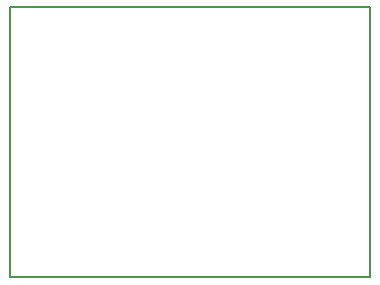
<source format=gm1>
G04 #@! TF.FileFunction,Profile,NP*
%FSLAX46Y46*%
G04 Gerber Fmt 4.6, Leading zero omitted, Abs format (unit mm)*
G04 Created by KiCad (PCBNEW 4.0.6) date 05/11/17 00:54:59*
%MOMM*%
%LPD*%
G01*
G04 APERTURE LIST*
%ADD10C,0.100000*%
%ADD11C,0.150000*%
G04 APERTURE END LIST*
D10*
D11*
X133350000Y-111760000D02*
X133350000Y-88900000D01*
X163830000Y-111760000D02*
X133350000Y-111760000D01*
X163830000Y-88900000D02*
X163830000Y-111760000D01*
X133350000Y-88900000D02*
X163830000Y-88900000D01*
M02*

</source>
